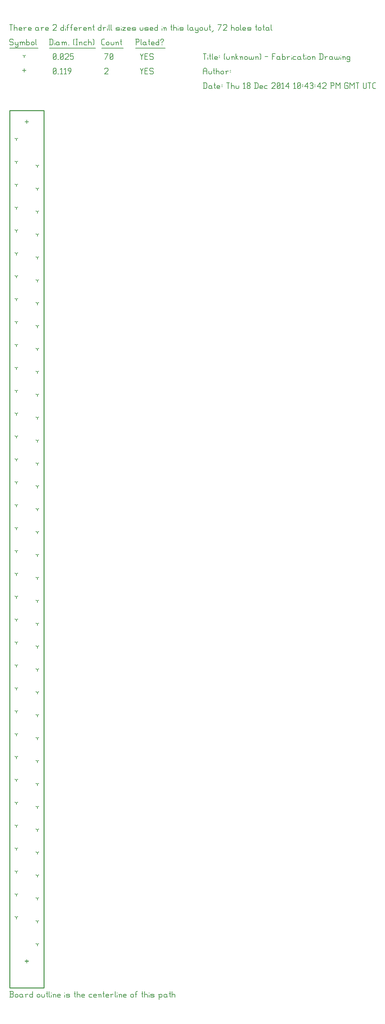
<source format=gbr>
G04 start of page 12 for group -3984 idx -3984 *
G04 Title: (unknown), fab *
G04 Creator: pcb 1.99z *
G04 CreationDate: Thu 18 Dec 2014 10:43:42 PM GMT UTC *
G04 For: commonadmin *
G04 Format: Gerber/RS-274X *
G04 PCB-Dimensions (mil): 354.33 9055.12 *
G04 PCB-Coordinate-Origin: lower left *
%MOIN*%
%FSLAX25Y25*%
%LNFAB*%
%ADD35C,0.0100*%
%ADD34C,0.0075*%
%ADD33C,0.0060*%
%ADD32R,0.0080X0.0080*%
G54D32*X17717Y895301D02*Y892101D01*
X16117Y893701D02*X19317D01*
X17717Y29159D02*Y25959D01*
X16117Y27559D02*X19317D01*
X15000Y948362D02*Y945162D01*
X13400Y946762D02*X16600D01*
G54D33*X135000Y949012D02*X136500Y946012D01*
X138000Y949012D01*
X136500Y946012D02*Y943012D01*
X139800Y946312D02*X142050D01*
X139800Y943012D02*X142800D01*
X139800Y949012D02*Y943012D01*
Y949012D02*X142800D01*
X147600D02*X148350Y948262D01*
X145350Y949012D02*X147600D01*
X144600Y948262D02*X145350Y949012D01*
X144600Y948262D02*Y946762D01*
X145350Y946012D01*
X147600D01*
X148350Y945262D01*
Y943762D01*
X147600Y943012D02*X148350Y943762D01*
X145350Y943012D02*X147600D01*
X144600Y943762D02*X145350Y943012D01*
X98000Y948262D02*X98750Y949012D01*
X101000D01*
X101750Y948262D01*
Y946762D01*
X98000Y943012D02*X101750Y946762D01*
X98000Y943012D02*X101750D01*
X45000Y943762D02*X45750Y943012D01*
X45000Y948262D02*Y943762D01*
Y948262D02*X45750Y949012D01*
X47250D01*
X48000Y948262D01*
Y943762D01*
X47250Y943012D02*X48000Y943762D01*
X45750Y943012D02*X47250D01*
X45000Y944512D02*X48000Y947512D01*
X49800Y943012D02*X50550D01*
X52350Y947812D02*X53550Y949012D01*
Y943012D01*
X52350D02*X54600D01*
X56400Y947812D02*X57600Y949012D01*
Y943012D01*
X56400D02*X58650D01*
X61200D02*X63450Y946012D01*
Y948262D02*Y946012D01*
X62700Y949012D02*X63450Y948262D01*
X61200Y949012D02*X62700D01*
X60450Y948262D02*X61200Y949012D01*
X60450Y948262D02*Y946762D01*
X61200Y946012D01*
X63450D01*
X6890Y875984D02*Y874384D01*
Y875984D02*X8276Y876784D01*
X6890Y875984D02*X5503Y876784D01*
X6890Y852362D02*Y850762D01*
Y852362D02*X8276Y853162D01*
X6890Y852362D02*X5503Y853162D01*
X6890Y828740D02*Y827140D01*
Y828740D02*X8276Y829540D01*
X6890Y828740D02*X5503Y829540D01*
X6890Y805118D02*Y803518D01*
Y805118D02*X8276Y805918D01*
X6890Y805118D02*X5503Y805918D01*
X6890Y781496D02*Y779896D01*
Y781496D02*X8276Y782296D01*
X6890Y781496D02*X5503Y782296D01*
X6890Y757874D02*Y756274D01*
Y757874D02*X8276Y758674D01*
X6890Y757874D02*X5503Y758674D01*
X6890Y734252D02*Y732652D01*
Y734252D02*X8276Y735052D01*
X6890Y734252D02*X5503Y735052D01*
X6890Y710630D02*Y709030D01*
Y710630D02*X8276Y711430D01*
X6890Y710630D02*X5503Y711430D01*
X6890Y687008D02*Y685408D01*
Y687008D02*X8276Y687808D01*
X6890Y687008D02*X5503Y687808D01*
X6890Y663386D02*Y661786D01*
Y663386D02*X8276Y664186D01*
X6890Y663386D02*X5503Y664186D01*
X6890Y639764D02*Y638164D01*
Y639764D02*X8276Y640564D01*
X6890Y639764D02*X5503Y640564D01*
X6890Y616142D02*Y614542D01*
Y616142D02*X8276Y616942D01*
X6890Y616142D02*X5503Y616942D01*
X6890Y592520D02*Y590920D01*
Y592520D02*X8276Y593320D01*
X6890Y592520D02*X5503Y593320D01*
X6890Y568898D02*Y567298D01*
Y568898D02*X8276Y569698D01*
X6890Y568898D02*X5503Y569698D01*
X6890Y545276D02*Y543676D01*
Y545276D02*X8276Y546076D01*
X6890Y545276D02*X5503Y546076D01*
X6890Y521654D02*Y520054D01*
Y521654D02*X8276Y522454D01*
X6890Y521654D02*X5503Y522454D01*
X6890Y498031D02*Y496431D01*
Y498031D02*X8276Y498831D01*
X6890Y498031D02*X5503Y498831D01*
X6890Y474409D02*Y472809D01*
Y474409D02*X8276Y475209D01*
X6890Y474409D02*X5503Y475209D01*
X6890Y450787D02*Y449187D01*
Y450787D02*X8276Y451587D01*
X6890Y450787D02*X5503Y451587D01*
X6890Y427165D02*Y425565D01*
Y427165D02*X8276Y427965D01*
X6890Y427165D02*X5503Y427965D01*
X6890Y403543D02*Y401943D01*
Y403543D02*X8276Y404343D01*
X6890Y403543D02*X5503Y404343D01*
X6890Y379921D02*Y378321D01*
Y379921D02*X8276Y380721D01*
X6890Y379921D02*X5503Y380721D01*
X6890Y356299D02*Y354699D01*
Y356299D02*X8276Y357099D01*
X6890Y356299D02*X5503Y357099D01*
X6890Y332677D02*Y331077D01*
Y332677D02*X8276Y333477D01*
X6890Y332677D02*X5503Y333477D01*
X6890Y309055D02*Y307455D01*
Y309055D02*X8276Y309855D01*
X6890Y309055D02*X5503Y309855D01*
X6890Y285433D02*Y283833D01*
Y285433D02*X8276Y286233D01*
X6890Y285433D02*X5503Y286233D01*
X6890Y261811D02*Y260211D01*
Y261811D02*X8276Y262611D01*
X6890Y261811D02*X5503Y262611D01*
X6890Y238189D02*Y236589D01*
Y238189D02*X8276Y238989D01*
X6890Y238189D02*X5503Y238989D01*
X6890Y214567D02*Y212967D01*
Y214567D02*X8276Y215367D01*
X6890Y214567D02*X5503Y215367D01*
X6890Y190945D02*Y189345D01*
Y190945D02*X8276Y191745D01*
X6890Y190945D02*X5503Y191745D01*
X6890Y167323D02*Y165723D01*
Y167323D02*X8276Y168123D01*
X6890Y167323D02*X5503Y168123D01*
X6890Y143701D02*Y142101D01*
Y143701D02*X8276Y144501D01*
X6890Y143701D02*X5503Y144501D01*
X6890Y120079D02*Y118479D01*
Y120079D02*X8276Y120879D01*
X6890Y120079D02*X5503Y120879D01*
X6890Y96457D02*Y94857D01*
Y96457D02*X8276Y97257D01*
X6890Y96457D02*X5503Y97257D01*
X6890Y72835D02*Y71235D01*
Y72835D02*X8276Y73635D01*
X6890Y72835D02*X5503Y73635D01*
X28543Y848236D02*Y846636D01*
Y848236D02*X29930Y849036D01*
X28543Y848236D02*X27157Y849036D01*
X28543Y824614D02*Y823014D01*
Y824614D02*X29930Y825414D01*
X28543Y824614D02*X27157Y825414D01*
X28543Y800992D02*Y799392D01*
Y800992D02*X29930Y801792D01*
X28543Y800992D02*X27157Y801792D01*
X28543Y777370D02*Y775770D01*
Y777370D02*X29930Y778170D01*
X28543Y777370D02*X27157Y778170D01*
X28543Y753748D02*Y752148D01*
Y753748D02*X29930Y754548D01*
X28543Y753748D02*X27157Y754548D01*
X28543Y730126D02*Y728526D01*
Y730126D02*X29930Y730926D01*
X28543Y730126D02*X27157Y730926D01*
X28543Y706504D02*Y704904D01*
Y706504D02*X29930Y707304D01*
X28543Y706504D02*X27157Y707304D01*
X28543Y682882D02*Y681282D01*
Y682882D02*X29930Y683682D01*
X28543Y682882D02*X27157Y683682D01*
X28543Y659260D02*Y657660D01*
Y659260D02*X29930Y660060D01*
X28543Y659260D02*X27157Y660060D01*
X28543Y635638D02*Y634038D01*
Y635638D02*X29930Y636438D01*
X28543Y635638D02*X27157Y636438D01*
X28543Y612016D02*Y610416D01*
Y612016D02*X29930Y612816D01*
X28543Y612016D02*X27157Y612816D01*
X28543Y588394D02*Y586794D01*
Y588394D02*X29930Y589194D01*
X28543Y588394D02*X27157Y589194D01*
X28543Y564772D02*Y563172D01*
Y564772D02*X29930Y565572D01*
X28543Y564772D02*X27157Y565572D01*
X28543Y541150D02*Y539550D01*
Y541150D02*X29930Y541950D01*
X28543Y541150D02*X27157Y541950D01*
X28543Y517528D02*Y515928D01*
Y517528D02*X29930Y518328D01*
X28543Y517528D02*X27157Y518328D01*
X28543Y493906D02*Y492306D01*
Y493906D02*X29930Y494706D01*
X28543Y493906D02*X27157Y494706D01*
X28543Y470283D02*Y468683D01*
Y470283D02*X29930Y471083D01*
X28543Y470283D02*X27157Y471083D01*
X28543Y446662D02*Y445062D01*
Y446662D02*X29930Y447462D01*
X28543Y446662D02*X27157Y447462D01*
X28543Y423039D02*Y421439D01*
Y423039D02*X29930Y423839D01*
X28543Y423039D02*X27157Y423839D01*
X28543Y399417D02*Y397817D01*
Y399417D02*X29930Y400217D01*
X28543Y399417D02*X27157Y400217D01*
X28543Y375795D02*Y374195D01*
Y375795D02*X29930Y376595D01*
X28543Y375795D02*X27157Y376595D01*
X28543Y352173D02*Y350573D01*
Y352173D02*X29930Y352973D01*
X28543Y352173D02*X27157Y352973D01*
X28543Y328551D02*Y326951D01*
Y328551D02*X29930Y329351D01*
X28543Y328551D02*X27157Y329351D01*
X28543Y304929D02*Y303329D01*
Y304929D02*X29930Y305729D01*
X28543Y304929D02*X27157Y305729D01*
X28543Y281307D02*Y279707D01*
Y281307D02*X29930Y282107D01*
X28543Y281307D02*X27157Y282107D01*
X28543Y257685D02*Y256085D01*
Y257685D02*X29930Y258485D01*
X28543Y257685D02*X27157Y258485D01*
X28543Y234063D02*Y232463D01*
Y234063D02*X29930Y234863D01*
X28543Y234063D02*X27157Y234863D01*
X28543Y210441D02*Y208841D01*
Y210441D02*X29930Y211241D01*
X28543Y210441D02*X27157Y211241D01*
X28543Y186819D02*Y185219D01*
Y186819D02*X29930Y187619D01*
X28543Y186819D02*X27157Y187619D01*
X28543Y163197D02*Y161597D01*
Y163197D02*X29930Y163997D01*
X28543Y163197D02*X27157Y163997D01*
X28543Y139575D02*Y137975D01*
Y139575D02*X29930Y140375D01*
X28543Y139575D02*X27157Y140375D01*
X28543Y115953D02*Y114353D01*
Y115953D02*X29930Y116753D01*
X28543Y115953D02*X27157Y116753D01*
X28543Y92331D02*Y90731D01*
Y92331D02*X29930Y93131D01*
X28543Y92331D02*X27157Y93131D01*
X28543Y68709D02*Y67109D01*
Y68709D02*X29930Y69509D01*
X28543Y68709D02*X27157Y69509D01*
X28543Y45087D02*Y43487D01*
Y45087D02*X29930Y45887D01*
X28543Y45087D02*X27157Y45887D01*
X15000Y961762D02*Y960162D01*
Y961762D02*X16387Y962562D01*
X15000Y961762D02*X13613Y962562D01*
X135000Y964012D02*X136500Y961012D01*
X138000Y964012D01*
X136500Y961012D02*Y958012D01*
X139800Y961312D02*X142050D01*
X139800Y958012D02*X142800D01*
X139800Y964012D02*Y958012D01*
Y964012D02*X142800D01*
X147600D02*X148350Y963262D01*
X145350Y964012D02*X147600D01*
X144600Y963262D02*X145350Y964012D01*
X144600Y963262D02*Y961762D01*
X145350Y961012D01*
X147600D01*
X148350Y960262D01*
Y958762D01*
X147600Y958012D02*X148350Y958762D01*
X145350Y958012D02*X147600D01*
X144600Y958762D02*X145350Y958012D01*
X98750D02*X101750Y964012D01*
X98000D02*X101750D01*
X103550Y958762D02*X104300Y958012D01*
X103550Y963262D02*Y958762D01*
Y963262D02*X104300Y964012D01*
X105800D01*
X106550Y963262D01*
Y958762D01*
X105800Y958012D02*X106550Y958762D01*
X104300Y958012D02*X105800D01*
X103550Y959512D02*X106550Y962512D01*
X45000Y958762D02*X45750Y958012D01*
X45000Y963262D02*Y958762D01*
Y963262D02*X45750Y964012D01*
X47250D01*
X48000Y963262D01*
Y958762D01*
X47250Y958012D02*X48000Y958762D01*
X45750Y958012D02*X47250D01*
X45000Y959512D02*X48000Y962512D01*
X49800Y958012D02*X50550D01*
X52350Y958762D02*X53100Y958012D01*
X52350Y963262D02*Y958762D01*
Y963262D02*X53100Y964012D01*
X54600D01*
X55350Y963262D01*
Y958762D01*
X54600Y958012D02*X55350Y958762D01*
X53100Y958012D02*X54600D01*
X52350Y959512D02*X55350Y962512D01*
X57150Y963262D02*X57900Y964012D01*
X60150D01*
X60900Y963262D01*
Y961762D01*
X57150Y958012D02*X60900Y961762D01*
X57150Y958012D02*X60900D01*
X62700Y964012D02*X65700D01*
X62700D02*Y961012D01*
X63450Y961762D01*
X64950D01*
X65700Y961012D01*
Y958762D01*
X64950Y958012D02*X65700Y958762D01*
X63450Y958012D02*X64950D01*
X62700Y958762D02*X63450Y958012D01*
X3000Y979012D02*X3750Y978262D01*
X750Y979012D02*X3000D01*
X0Y978262D02*X750Y979012D01*
X0Y978262D02*Y976762D01*
X750Y976012D01*
X3000D01*
X3750Y975262D01*
Y973762D01*
X3000Y973012D02*X3750Y973762D01*
X750Y973012D02*X3000D01*
X0Y973762D02*X750Y973012D01*
X5550Y976012D02*Y973762D01*
X6300Y973012D01*
X8550Y976012D02*Y971512D01*
X7800Y970762D02*X8550Y971512D01*
X6300Y970762D02*X7800D01*
X5550Y971512D02*X6300Y970762D01*
Y973012D02*X7800D01*
X8550Y973762D01*
X11100Y975262D02*Y973012D01*
Y975262D02*X11850Y976012D01*
X12600D01*
X13350Y975262D01*
Y973012D01*
Y975262D02*X14100Y976012D01*
X14850D01*
X15600Y975262D01*
Y973012D01*
X10350Y976012D02*X11100Y975262D01*
X17400Y979012D02*Y973012D01*
Y973762D02*X18150Y973012D01*
X19650D01*
X20400Y973762D01*
Y975262D02*Y973762D01*
X19650Y976012D02*X20400Y975262D01*
X18150Y976012D02*X19650D01*
X17400Y975262D02*X18150Y976012D01*
X22200Y975262D02*Y973762D01*
Y975262D02*X22950Y976012D01*
X24450D01*
X25200Y975262D01*
Y973762D01*
X24450Y973012D02*X25200Y973762D01*
X22950Y973012D02*X24450D01*
X22200Y973762D02*X22950Y973012D01*
X27000Y979012D02*Y973762D01*
X27750Y973012D01*
X0Y969762D02*X29250D01*
X41750Y979012D02*Y973012D01*
X43700Y979012D02*X44750Y977962D01*
Y974062D01*
X43700Y973012D02*X44750Y974062D01*
X41000Y973012D02*X43700D01*
X41000Y979012D02*X43700D01*
G54D34*X46550Y977512D02*Y977362D01*
G54D33*Y975262D02*Y973012D01*
X50300Y976012D02*X51050Y975262D01*
X48800Y976012D02*X50300D01*
X48050Y975262D02*X48800Y976012D01*
X48050Y975262D02*Y973762D01*
X48800Y973012D01*
X51050Y976012D02*Y973762D01*
X51800Y973012D01*
X48800D02*X50300D01*
X51050Y973762D01*
X54350Y975262D02*Y973012D01*
Y975262D02*X55100Y976012D01*
X55850D01*
X56600Y975262D01*
Y973012D01*
Y975262D02*X57350Y976012D01*
X58100D01*
X58850Y975262D01*
Y973012D01*
X53600Y976012D02*X54350Y975262D01*
X60650Y973012D02*X61400D01*
X65900Y973762D02*X66650Y973012D01*
X65900Y978262D02*X66650Y979012D01*
X65900Y978262D02*Y973762D01*
X68450Y979012D02*X69950D01*
X69200D02*Y973012D01*
X68450D02*X69950D01*
X72500Y975262D02*Y973012D01*
Y975262D02*X73250Y976012D01*
X74000D01*
X74750Y975262D01*
Y973012D01*
X71750Y976012D02*X72500Y975262D01*
X77300Y976012D02*X79550D01*
X76550Y975262D02*X77300Y976012D01*
X76550Y975262D02*Y973762D01*
X77300Y973012D01*
X79550D01*
X81350Y979012D02*Y973012D01*
Y975262D02*X82100Y976012D01*
X83600D01*
X84350Y975262D01*
Y973012D01*
X86150Y979012D02*X86900Y978262D01*
Y973762D01*
X86150Y973012D02*X86900Y973762D01*
X41000Y969762D02*X88700D01*
X96050Y973012D02*X98000D01*
X95000Y974062D02*X96050Y973012D01*
X95000Y977962D02*Y974062D01*
Y977962D02*X96050Y979012D01*
X98000D01*
X99800Y975262D02*Y973762D01*
Y975262D02*X100550Y976012D01*
X102050D01*
X102800Y975262D01*
Y973762D01*
X102050Y973012D02*X102800Y973762D01*
X100550Y973012D02*X102050D01*
X99800Y973762D02*X100550Y973012D01*
X104600Y976012D02*Y973762D01*
X105350Y973012D01*
X106850D01*
X107600Y973762D01*
Y976012D02*Y973762D01*
X110150Y975262D02*Y973012D01*
Y975262D02*X110900Y976012D01*
X111650D01*
X112400Y975262D01*
Y973012D01*
X109400Y976012D02*X110150Y975262D01*
X114950Y979012D02*Y973762D01*
X115700Y973012D01*
X114200Y976762D02*X115700D01*
X95000Y969762D02*X117200D01*
X130750Y979012D02*Y973012D01*
X130000Y979012D02*X133000D01*
X133750Y978262D01*
Y976762D01*
X133000Y976012D02*X133750Y976762D01*
X130750Y976012D02*X133000D01*
X135550Y979012D02*Y973762D01*
X136300Y973012D01*
X140050Y976012D02*X140800Y975262D01*
X138550Y976012D02*X140050D01*
X137800Y975262D02*X138550Y976012D01*
X137800Y975262D02*Y973762D01*
X138550Y973012D01*
X140800Y976012D02*Y973762D01*
X141550Y973012D01*
X138550D02*X140050D01*
X140800Y973762D01*
X144100Y979012D02*Y973762D01*
X144850Y973012D01*
X143350Y976762D02*X144850D01*
X147100Y973012D02*X149350D01*
X146350Y973762D02*X147100Y973012D01*
X146350Y975262D02*Y973762D01*
Y975262D02*X147100Y976012D01*
X148600D01*
X149350Y975262D01*
X146350Y974512D02*X149350D01*
Y975262D02*Y974512D01*
X154150Y979012D02*Y973012D01*
X153400D02*X154150Y973762D01*
X151900Y973012D02*X153400D01*
X151150Y973762D02*X151900Y973012D01*
X151150Y975262D02*Y973762D01*
Y975262D02*X151900Y976012D01*
X153400D01*
X154150Y975262D01*
X157450Y976012D02*Y975262D01*
Y973762D02*Y973012D01*
X155950Y978262D02*Y977512D01*
Y978262D02*X156700Y979012D01*
X158200D01*
X158950Y978262D01*
Y977512D01*
X157450Y976012D02*X158950Y977512D01*
X130000Y969762D02*X160750D01*
X0Y994012D02*X3000D01*
X1500D02*Y988012D01*
X4800Y994012D02*Y988012D01*
Y990262D02*X5550Y991012D01*
X7050D01*
X7800Y990262D01*
Y988012D01*
X10350D02*X12600D01*
X9600Y988762D02*X10350Y988012D01*
X9600Y990262D02*Y988762D01*
Y990262D02*X10350Y991012D01*
X11850D01*
X12600Y990262D01*
X9600Y989512D02*X12600D01*
Y990262D02*Y989512D01*
X15150Y990262D02*Y988012D01*
Y990262D02*X15900Y991012D01*
X17400D01*
X14400D02*X15150Y990262D01*
X19950Y988012D02*X22200D01*
X19200Y988762D02*X19950Y988012D01*
X19200Y990262D02*Y988762D01*
Y990262D02*X19950Y991012D01*
X21450D01*
X22200Y990262D01*
X19200Y989512D02*X22200D01*
Y990262D02*Y989512D01*
X28950Y991012D02*X29700Y990262D01*
X27450Y991012D02*X28950D01*
X26700Y990262D02*X27450Y991012D01*
X26700Y990262D02*Y988762D01*
X27450Y988012D01*
X29700Y991012D02*Y988762D01*
X30450Y988012D01*
X27450D02*X28950D01*
X29700Y988762D01*
X33000Y990262D02*Y988012D01*
Y990262D02*X33750Y991012D01*
X35250D01*
X32250D02*X33000Y990262D01*
X37800Y988012D02*X40050D01*
X37050Y988762D02*X37800Y988012D01*
X37050Y990262D02*Y988762D01*
Y990262D02*X37800Y991012D01*
X39300D01*
X40050Y990262D01*
X37050Y989512D02*X40050D01*
Y990262D02*Y989512D01*
X44550Y993262D02*X45300Y994012D01*
X47550D01*
X48300Y993262D01*
Y991762D01*
X44550Y988012D02*X48300Y991762D01*
X44550Y988012D02*X48300D01*
X55800Y994012D02*Y988012D01*
X55050D02*X55800Y988762D01*
X53550Y988012D02*X55050D01*
X52800Y988762D02*X53550Y988012D01*
X52800Y990262D02*Y988762D01*
Y990262D02*X53550Y991012D01*
X55050D01*
X55800Y990262D01*
G54D34*X57600Y992512D02*Y992362D01*
G54D33*Y990262D02*Y988012D01*
X59850Y993262D02*Y988012D01*
Y993262D02*X60600Y994012D01*
X61350D01*
X59100Y991012D02*X60600D01*
X63600Y993262D02*Y988012D01*
Y993262D02*X64350Y994012D01*
X65100D01*
X62850Y991012D02*X64350D01*
X67350Y988012D02*X69600D01*
X66600Y988762D02*X67350Y988012D01*
X66600Y990262D02*Y988762D01*
Y990262D02*X67350Y991012D01*
X68850D01*
X69600Y990262D01*
X66600Y989512D02*X69600D01*
Y990262D02*Y989512D01*
X72150Y990262D02*Y988012D01*
Y990262D02*X72900Y991012D01*
X74400D01*
X71400D02*X72150Y990262D01*
X76950Y988012D02*X79200D01*
X76200Y988762D02*X76950Y988012D01*
X76200Y990262D02*Y988762D01*
Y990262D02*X76950Y991012D01*
X78450D01*
X79200Y990262D01*
X76200Y989512D02*X79200D01*
Y990262D02*Y989512D01*
X81750Y990262D02*Y988012D01*
Y990262D02*X82500Y991012D01*
X83250D01*
X84000Y990262D01*
Y988012D01*
X81000Y991012D02*X81750Y990262D01*
X86550Y994012D02*Y988762D01*
X87300Y988012D01*
X85800Y991762D02*X87300D01*
X94500Y994012D02*Y988012D01*
X93750D02*X94500Y988762D01*
X92250Y988012D02*X93750D01*
X91500Y988762D02*X92250Y988012D01*
X91500Y990262D02*Y988762D01*
Y990262D02*X92250Y991012D01*
X93750D01*
X94500Y990262D01*
X97050D02*Y988012D01*
Y990262D02*X97800Y991012D01*
X99300D01*
X96300D02*X97050Y990262D01*
G54D34*X101100Y992512D02*Y992362D01*
G54D33*Y990262D02*Y988012D01*
X102600Y994012D02*Y988762D01*
X103350Y988012D01*
X104850Y994012D02*Y988762D01*
X105600Y988012D01*
X110550D02*X112800D01*
X113550Y988762D01*
X112800Y989512D02*X113550Y988762D01*
X110550Y989512D02*X112800D01*
X109800Y990262D02*X110550Y989512D01*
X109800Y990262D02*X110550Y991012D01*
X112800D01*
X113550Y990262D01*
X109800Y988762D02*X110550Y988012D01*
G54D34*X115350Y992512D02*Y992362D01*
G54D33*Y990262D02*Y988012D01*
X116850Y991012D02*X119850D01*
X116850Y988012D02*X119850Y991012D01*
X116850Y988012D02*X119850D01*
X122400D02*X124650D01*
X121650Y988762D02*X122400Y988012D01*
X121650Y990262D02*Y988762D01*
Y990262D02*X122400Y991012D01*
X123900D01*
X124650Y990262D01*
X121650Y989512D02*X124650D01*
Y990262D02*Y989512D01*
X127200Y988012D02*X129450D01*
X130200Y988762D01*
X129450Y989512D02*X130200Y988762D01*
X127200Y989512D02*X129450D01*
X126450Y990262D02*X127200Y989512D01*
X126450Y990262D02*X127200Y991012D01*
X129450D01*
X130200Y990262D01*
X126450Y988762D02*X127200Y988012D01*
X134700Y991012D02*Y988762D01*
X135450Y988012D01*
X136950D01*
X137700Y988762D01*
Y991012D02*Y988762D01*
X140250Y988012D02*X142500D01*
X143250Y988762D01*
X142500Y989512D02*X143250Y988762D01*
X140250Y989512D02*X142500D01*
X139500Y990262D02*X140250Y989512D01*
X139500Y990262D02*X140250Y991012D01*
X142500D01*
X143250Y990262D01*
X139500Y988762D02*X140250Y988012D01*
X145800D02*X148050D01*
X145050Y988762D02*X145800Y988012D01*
X145050Y990262D02*Y988762D01*
Y990262D02*X145800Y991012D01*
X147300D01*
X148050Y990262D01*
X145050Y989512D02*X148050D01*
Y990262D02*Y989512D01*
X152850Y994012D02*Y988012D01*
X152100D02*X152850Y988762D01*
X150600Y988012D02*X152100D01*
X149850Y988762D02*X150600Y988012D01*
X149850Y990262D02*Y988762D01*
Y990262D02*X150600Y991012D01*
X152100D01*
X152850Y990262D01*
G54D34*X157350Y992512D02*Y992362D01*
G54D33*Y990262D02*Y988012D01*
X159600Y990262D02*Y988012D01*
Y990262D02*X160350Y991012D01*
X161100D01*
X161850Y990262D01*
Y988012D01*
X158850Y991012D02*X159600Y990262D01*
X167100Y994012D02*Y988762D01*
X167850Y988012D01*
X166350Y991762D02*X167850D01*
X169350Y994012D02*Y988012D01*
Y990262D02*X170100Y991012D01*
X171600D01*
X172350Y990262D01*
Y988012D01*
G54D34*X174150Y992512D02*Y992362D01*
G54D33*Y990262D02*Y988012D01*
X176400D02*X178650D01*
X179400Y988762D01*
X178650Y989512D02*X179400Y988762D01*
X176400Y989512D02*X178650D01*
X175650Y990262D02*X176400Y989512D01*
X175650Y990262D02*X176400Y991012D01*
X178650D01*
X179400Y990262D01*
X175650Y988762D02*X176400Y988012D01*
X183900Y994012D02*Y988762D01*
X184650Y988012D01*
X188400Y991012D02*X189150Y990262D01*
X186900Y991012D02*X188400D01*
X186150Y990262D02*X186900Y991012D01*
X186150Y990262D02*Y988762D01*
X186900Y988012D01*
X189150Y991012D02*Y988762D01*
X189900Y988012D01*
X186900D02*X188400D01*
X189150Y988762D01*
X191700Y991012D02*Y988762D01*
X192450Y988012D01*
X194700Y991012D02*Y986512D01*
X193950Y985762D02*X194700Y986512D01*
X192450Y985762D02*X193950D01*
X191700Y986512D02*X192450Y985762D01*
Y988012D02*X193950D01*
X194700Y988762D01*
X196500Y990262D02*Y988762D01*
Y990262D02*X197250Y991012D01*
X198750D01*
X199500Y990262D01*
Y988762D01*
X198750Y988012D02*X199500Y988762D01*
X197250Y988012D02*X198750D01*
X196500Y988762D02*X197250Y988012D01*
X201300Y991012D02*Y988762D01*
X202050Y988012D01*
X203550D01*
X204300Y988762D01*
Y991012D02*Y988762D01*
X206850Y994012D02*Y988762D01*
X207600Y988012D01*
X206100Y991762D02*X207600D01*
X209100Y986512D02*X210600Y988012D01*
X215850D02*X218850Y994012D01*
X215100D02*X218850D01*
X220650Y993262D02*X221400Y994012D01*
X223650D01*
X224400Y993262D01*
Y991762D01*
X220650Y988012D02*X224400Y991762D01*
X220650Y988012D02*X224400D01*
X228900Y994012D02*Y988012D01*
Y990262D02*X229650Y991012D01*
X231150D01*
X231900Y990262D01*
Y988012D01*
X233700Y990262D02*Y988762D01*
Y990262D02*X234450Y991012D01*
X235950D01*
X236700Y990262D01*
Y988762D01*
X235950Y988012D02*X236700Y988762D01*
X234450Y988012D02*X235950D01*
X233700Y988762D02*X234450Y988012D01*
X238500Y994012D02*Y988762D01*
X239250Y988012D01*
X241500D02*X243750D01*
X240750Y988762D02*X241500Y988012D01*
X240750Y990262D02*Y988762D01*
Y990262D02*X241500Y991012D01*
X243000D01*
X243750Y990262D01*
X240750Y989512D02*X243750D01*
Y990262D02*Y989512D01*
X246300Y988012D02*X248550D01*
X249300Y988762D01*
X248550Y989512D02*X249300Y988762D01*
X246300Y989512D02*X248550D01*
X245550Y990262D02*X246300Y989512D01*
X245550Y990262D02*X246300Y991012D01*
X248550D01*
X249300Y990262D01*
X245550Y988762D02*X246300Y988012D01*
X254550Y994012D02*Y988762D01*
X255300Y988012D01*
X253800Y991762D02*X255300D01*
X256800Y990262D02*Y988762D01*
Y990262D02*X257550Y991012D01*
X259050D01*
X259800Y990262D01*
Y988762D01*
X259050Y988012D02*X259800Y988762D01*
X257550Y988012D02*X259050D01*
X256800Y988762D02*X257550Y988012D01*
X262350Y994012D02*Y988762D01*
X263100Y988012D01*
X261600Y991762D02*X263100D01*
X266850Y991012D02*X267600Y990262D01*
X265350Y991012D02*X266850D01*
X264600Y990262D02*X265350Y991012D01*
X264600Y990262D02*Y988762D01*
X265350Y988012D01*
X267600Y991012D02*Y988762D01*
X268350Y988012D01*
X265350D02*X266850D01*
X267600Y988762D01*
X270150Y994012D02*Y988762D01*
X270900Y988012D01*
G54D35*X0Y905512D02*Y0D01*
X35433D01*
Y905512D01*
X0D01*
G54D33*Y-9500D02*X3000D01*
X3750Y-8750D01*
Y-6950D02*Y-8750D01*
X3000Y-6200D02*X3750Y-6950D01*
X750Y-6200D02*X3000D01*
X750Y-3500D02*Y-9500D01*
X0Y-3500D02*X3000D01*
X3750Y-4250D01*
Y-5450D01*
X3000Y-6200D02*X3750Y-5450D01*
X5550Y-7250D02*Y-8750D01*
Y-7250D02*X6300Y-6500D01*
X7800D01*
X8550Y-7250D01*
Y-8750D01*
X7800Y-9500D02*X8550Y-8750D01*
X6300Y-9500D02*X7800D01*
X5550Y-8750D02*X6300Y-9500D01*
X12600Y-6500D02*X13350Y-7250D01*
X11100Y-6500D02*X12600D01*
X10350Y-7250D02*X11100Y-6500D01*
X10350Y-7250D02*Y-8750D01*
X11100Y-9500D01*
X13350Y-6500D02*Y-8750D01*
X14100Y-9500D01*
X11100D02*X12600D01*
X13350Y-8750D01*
X16650Y-7250D02*Y-9500D01*
Y-7250D02*X17400Y-6500D01*
X18900D01*
X15900D02*X16650Y-7250D01*
X23700Y-3500D02*Y-9500D01*
X22950D02*X23700Y-8750D01*
X21450Y-9500D02*X22950D01*
X20700Y-8750D02*X21450Y-9500D01*
X20700Y-7250D02*Y-8750D01*
Y-7250D02*X21450Y-6500D01*
X22950D01*
X23700Y-7250D01*
X28200D02*Y-8750D01*
Y-7250D02*X28950Y-6500D01*
X30450D01*
X31200Y-7250D01*
Y-8750D01*
X30450Y-9500D02*X31200Y-8750D01*
X28950Y-9500D02*X30450D01*
X28200Y-8750D02*X28950Y-9500D01*
X33000Y-6500D02*Y-8750D01*
X33750Y-9500D01*
X35250D01*
X36000Y-8750D01*
Y-6500D02*Y-8750D01*
X38550Y-3500D02*Y-8750D01*
X39300Y-9500D01*
X37800Y-5750D02*X39300D01*
X40800Y-3500D02*Y-8750D01*
X41550Y-9500D01*
G54D34*X43050Y-5000D02*Y-5150D01*
G54D33*Y-7250D02*Y-9500D01*
X45300Y-7250D02*Y-9500D01*
Y-7250D02*X46050Y-6500D01*
X46800D01*
X47550Y-7250D01*
Y-9500D01*
X44550Y-6500D02*X45300Y-7250D01*
X50100Y-9500D02*X52350D01*
X49350Y-8750D02*X50100Y-9500D01*
X49350Y-7250D02*Y-8750D01*
Y-7250D02*X50100Y-6500D01*
X51600D01*
X52350Y-7250D01*
X49350Y-8000D02*X52350D01*
Y-7250D02*Y-8000D01*
G54D34*X56850Y-5000D02*Y-5150D01*
G54D33*Y-7250D02*Y-9500D01*
X59100D02*X61350D01*
X62100Y-8750D01*
X61350Y-8000D02*X62100Y-8750D01*
X59100Y-8000D02*X61350D01*
X58350Y-7250D02*X59100Y-8000D01*
X58350Y-7250D02*X59100Y-6500D01*
X61350D01*
X62100Y-7250D01*
X58350Y-8750D02*X59100Y-9500D01*
X67350Y-3500D02*Y-8750D01*
X68100Y-9500D01*
X66600Y-5750D02*X68100D01*
X69600Y-3500D02*Y-9500D01*
Y-7250D02*X70350Y-6500D01*
X71850D01*
X72600Y-7250D01*
Y-9500D01*
X75150D02*X77400D01*
X74400Y-8750D02*X75150Y-9500D01*
X74400Y-7250D02*Y-8750D01*
Y-7250D02*X75150Y-6500D01*
X76650D01*
X77400Y-7250D01*
X74400Y-8000D02*X77400D01*
Y-7250D02*Y-8000D01*
X82650Y-6500D02*X84900D01*
X81900Y-7250D02*X82650Y-6500D01*
X81900Y-7250D02*Y-8750D01*
X82650Y-9500D01*
X84900D01*
X87450D02*X89700D01*
X86700Y-8750D02*X87450Y-9500D01*
X86700Y-7250D02*Y-8750D01*
Y-7250D02*X87450Y-6500D01*
X88950D01*
X89700Y-7250D01*
X86700Y-8000D02*X89700D01*
Y-7250D02*Y-8000D01*
X92250Y-7250D02*Y-9500D01*
Y-7250D02*X93000Y-6500D01*
X93750D01*
X94500Y-7250D01*
Y-9500D01*
X91500Y-6500D02*X92250Y-7250D01*
X97050Y-3500D02*Y-8750D01*
X97800Y-9500D01*
X96300Y-5750D02*X97800D01*
X100050Y-9500D02*X102300D01*
X99300Y-8750D02*X100050Y-9500D01*
X99300Y-7250D02*Y-8750D01*
Y-7250D02*X100050Y-6500D01*
X101550D01*
X102300Y-7250D01*
X99300Y-8000D02*X102300D01*
Y-7250D02*Y-8000D01*
X104850Y-7250D02*Y-9500D01*
Y-7250D02*X105600Y-6500D01*
X107100D01*
X104100D02*X104850Y-7250D01*
X108900Y-3500D02*Y-8750D01*
X109650Y-9500D01*
G54D34*X111150Y-5000D02*Y-5150D01*
G54D33*Y-7250D02*Y-9500D01*
X113400Y-7250D02*Y-9500D01*
Y-7250D02*X114150Y-6500D01*
X114900D01*
X115650Y-7250D01*
Y-9500D01*
X112650Y-6500D02*X113400Y-7250D01*
X118200Y-9500D02*X120450D01*
X117450Y-8750D02*X118200Y-9500D01*
X117450Y-7250D02*Y-8750D01*
Y-7250D02*X118200Y-6500D01*
X119700D01*
X120450Y-7250D01*
X117450Y-8000D02*X120450D01*
Y-7250D02*Y-8000D01*
X124950Y-7250D02*Y-8750D01*
Y-7250D02*X125700Y-6500D01*
X127200D01*
X127950Y-7250D01*
Y-8750D01*
X127200Y-9500D02*X127950Y-8750D01*
X125700Y-9500D02*X127200D01*
X124950Y-8750D02*X125700Y-9500D01*
X130500Y-4250D02*Y-9500D01*
Y-4250D02*X131250Y-3500D01*
X132000D01*
X129750Y-6500D02*X131250D01*
X136950Y-3500D02*Y-8750D01*
X137700Y-9500D01*
X136200Y-5750D02*X137700D01*
X139200Y-3500D02*Y-9500D01*
Y-7250D02*X139950Y-6500D01*
X141450D01*
X142200Y-7250D01*
Y-9500D01*
G54D34*X144000Y-5000D02*Y-5150D01*
G54D33*Y-7250D02*Y-9500D01*
X146250D02*X148500D01*
X149250Y-8750D01*
X148500Y-8000D02*X149250Y-8750D01*
X146250Y-8000D02*X148500D01*
X145500Y-7250D02*X146250Y-8000D01*
X145500Y-7250D02*X146250Y-6500D01*
X148500D01*
X149250Y-7250D01*
X145500Y-8750D02*X146250Y-9500D01*
X154500Y-7250D02*Y-11750D01*
X153750Y-6500D02*X154500Y-7250D01*
X155250Y-6500D01*
X156750D01*
X157500Y-7250D01*
Y-8750D01*
X156750Y-9500D02*X157500Y-8750D01*
X155250Y-9500D02*X156750D01*
X154500Y-8750D02*X155250Y-9500D01*
X161550Y-6500D02*X162300Y-7250D01*
X160050Y-6500D02*X161550D01*
X159300Y-7250D02*X160050Y-6500D01*
X159300Y-7250D02*Y-8750D01*
X160050Y-9500D01*
X162300Y-6500D02*Y-8750D01*
X163050Y-9500D01*
X160050D02*X161550D01*
X162300Y-8750D01*
X165600Y-3500D02*Y-8750D01*
X166350Y-9500D01*
X164850Y-5750D02*X166350D01*
X167850Y-3500D02*Y-9500D01*
Y-7250D02*X168600Y-6500D01*
X170100D01*
X170850Y-7250D01*
Y-9500D01*
X200750Y934012D02*Y928012D01*
X202700Y934012D02*X203750Y932962D01*
Y929062D01*
X202700Y928012D02*X203750Y929062D01*
X200000Y928012D02*X202700D01*
X200000Y934012D02*X202700D01*
X207800Y931012D02*X208550Y930262D01*
X206300Y931012D02*X207800D01*
X205550Y930262D02*X206300Y931012D01*
X205550Y930262D02*Y928762D01*
X206300Y928012D01*
X208550Y931012D02*Y928762D01*
X209300Y928012D01*
X206300D02*X207800D01*
X208550Y928762D01*
X211850Y934012D02*Y928762D01*
X212600Y928012D01*
X211100Y931762D02*X212600D01*
X214850Y928012D02*X217100D01*
X214100Y928762D02*X214850Y928012D01*
X214100Y930262D02*Y928762D01*
Y930262D02*X214850Y931012D01*
X216350D01*
X217100Y930262D01*
X214100Y929512D02*X217100D01*
Y930262D02*Y929512D01*
X218900Y931762D02*X219650D01*
X218900Y930262D02*X219650D01*
X224150Y934012D02*X227150D01*
X225650D02*Y928012D01*
X228950Y934012D02*Y928012D01*
Y930262D02*X229700Y931012D01*
X231200D01*
X231950Y930262D01*
Y928012D01*
X233750Y931012D02*Y928762D01*
X234500Y928012D01*
X236000D01*
X236750Y928762D01*
Y931012D02*Y928762D01*
X241250Y932812D02*X242450Y934012D01*
Y928012D01*
X241250D02*X243500D01*
X245300Y928762D02*X246050Y928012D01*
X245300Y929962D02*Y928762D01*
Y929962D02*X246350Y931012D01*
X247250D01*
X248300Y929962D01*
Y928762D01*
X247550Y928012D02*X248300Y928762D01*
X246050Y928012D02*X247550D01*
X245300Y932062D02*X246350Y931012D01*
X245300Y933262D02*Y932062D01*
Y933262D02*X246050Y934012D01*
X247550D01*
X248300Y933262D01*
Y932062D01*
X247250Y931012D02*X248300Y932062D01*
X253550Y934012D02*Y928012D01*
X255500Y934012D02*X256550Y932962D01*
Y929062D01*
X255500Y928012D02*X256550Y929062D01*
X252800Y928012D02*X255500D01*
X252800Y934012D02*X255500D01*
X259100Y928012D02*X261350D01*
X258350Y928762D02*X259100Y928012D01*
X258350Y930262D02*Y928762D01*
Y930262D02*X259100Y931012D01*
X260600D01*
X261350Y930262D01*
X258350Y929512D02*X261350D01*
Y930262D02*Y929512D01*
X263900Y931012D02*X266150D01*
X263150Y930262D02*X263900Y931012D01*
X263150Y930262D02*Y928762D01*
X263900Y928012D01*
X266150D01*
X270650Y933262D02*X271400Y934012D01*
X273650D01*
X274400Y933262D01*
Y931762D01*
X270650Y928012D02*X274400Y931762D01*
X270650Y928012D02*X274400D01*
X276200Y928762D02*X276950Y928012D01*
X276200Y933262D02*Y928762D01*
Y933262D02*X276950Y934012D01*
X278450D01*
X279200Y933262D01*
Y928762D01*
X278450Y928012D02*X279200Y928762D01*
X276950Y928012D02*X278450D01*
X276200Y929512D02*X279200Y932512D01*
X281000Y932812D02*X282200Y934012D01*
Y928012D01*
X281000D02*X283250D01*
X285050Y930262D02*X288050Y934012D01*
X285050Y930262D02*X288800D01*
X288050Y934012D02*Y928012D01*
X293300Y932812D02*X294500Y934012D01*
Y928012D01*
X293300D02*X295550D01*
X297350Y928762D02*X298100Y928012D01*
X297350Y933262D02*Y928762D01*
Y933262D02*X298100Y934012D01*
X299600D01*
X300350Y933262D01*
Y928762D01*
X299600Y928012D02*X300350Y928762D01*
X298100Y928012D02*X299600D01*
X297350Y929512D02*X300350Y932512D01*
X302150Y931762D02*X302900D01*
X302150Y930262D02*X302900D01*
X304700D02*X307700Y934012D01*
X304700Y930262D02*X308450D01*
X307700Y934012D02*Y928012D01*
X310250Y933262D02*X311000Y934012D01*
X312500D01*
X313250Y933262D01*
X312500Y928012D02*X313250Y928762D01*
X311000Y928012D02*X312500D01*
X310250Y928762D02*X311000Y928012D01*
Y931312D02*X312500D01*
X313250Y933262D02*Y932062D01*
Y930562D02*Y928762D01*
Y930562D02*X312500Y931312D01*
X313250Y932062D02*X312500Y931312D01*
X315050Y931762D02*X315800D01*
X315050Y930262D02*X315800D01*
X317600D02*X320600Y934012D01*
X317600Y930262D02*X321350D01*
X320600Y934012D02*Y928012D01*
X323150Y933262D02*X323900Y934012D01*
X326150D01*
X326900Y933262D01*
Y931762D01*
X323150Y928012D02*X326900Y931762D01*
X323150Y928012D02*X326900D01*
X332150Y934012D02*Y928012D01*
X331400Y934012D02*X334400D01*
X335150Y933262D01*
Y931762D01*
X334400Y931012D02*X335150Y931762D01*
X332150Y931012D02*X334400D01*
X336950Y934012D02*Y928012D01*
Y934012D02*X339200Y931012D01*
X341450Y934012D01*
Y928012D01*
X348950Y934012D02*X349700Y933262D01*
X346700Y934012D02*X348950D01*
X345950Y933262D02*X346700Y934012D01*
X345950Y933262D02*Y928762D01*
X346700Y928012D01*
X348950D01*
X349700Y928762D01*
Y930262D02*Y928762D01*
X348950Y931012D02*X349700Y930262D01*
X347450Y931012D02*X348950D01*
X351500Y934012D02*Y928012D01*
Y934012D02*X353750Y931012D01*
X356000Y934012D01*
Y928012D01*
X357800Y934012D02*X360800D01*
X359300D02*Y928012D01*
X365300Y934012D02*Y928762D01*
X366050Y928012D01*
X367550D01*
X368300Y928762D01*
Y934012D02*Y928762D01*
X370100Y934012D02*X373100D01*
X371600D02*Y928012D01*
X375950D02*X377900D01*
X374900Y929062D02*X375950Y928012D01*
X374900Y932962D02*Y929062D01*
Y932962D02*X375950Y934012D01*
X377900D01*
X200000Y947512D02*Y943012D01*
Y947512D02*X201050Y949012D01*
X202700D01*
X203750Y947512D01*
Y943012D01*
X200000Y946012D02*X203750D01*
X205550D02*Y943762D01*
X206300Y943012D01*
X207800D01*
X208550Y943762D01*
Y946012D02*Y943762D01*
X211100Y949012D02*Y943762D01*
X211850Y943012D01*
X210350Y946762D02*X211850D01*
X213350Y949012D02*Y943012D01*
Y945262D02*X214100Y946012D01*
X215600D01*
X216350Y945262D01*
Y943012D01*
X218150Y945262D02*Y943762D01*
Y945262D02*X218900Y946012D01*
X220400D01*
X221150Y945262D01*
Y943762D01*
X220400Y943012D02*X221150Y943762D01*
X218900Y943012D02*X220400D01*
X218150Y943762D02*X218900Y943012D01*
X223700Y945262D02*Y943012D01*
Y945262D02*X224450Y946012D01*
X225950D01*
X222950D02*X223700Y945262D01*
X227750Y946762D02*X228500D01*
X227750Y945262D02*X228500D01*
X200000Y964012D02*X203000D01*
X201500D02*Y958012D01*
G54D34*X204800Y962512D02*Y962362D01*
G54D33*Y960262D02*Y958012D01*
X207050Y964012D02*Y958762D01*
X207800Y958012D01*
X206300Y961762D02*X207800D01*
X209300Y964012D02*Y958762D01*
X210050Y958012D01*
X212300D02*X214550D01*
X211550Y958762D02*X212300Y958012D01*
X211550Y960262D02*Y958762D01*
Y960262D02*X212300Y961012D01*
X213800D01*
X214550Y960262D01*
X211550Y959512D02*X214550D01*
Y960262D02*Y959512D01*
X216350Y961762D02*X217100D01*
X216350Y960262D02*X217100D01*
X221600Y958762D02*X222350Y958012D01*
X221600Y963262D02*X222350Y964012D01*
X221600Y963262D02*Y958762D01*
X224150Y961012D02*Y958762D01*
X224900Y958012D01*
X226400D01*
X227150Y958762D01*
Y961012D02*Y958762D01*
X229700Y960262D02*Y958012D01*
Y960262D02*X230450Y961012D01*
X231200D01*
X231950Y960262D01*
Y958012D01*
X228950Y961012D02*X229700Y960262D01*
X233750Y964012D02*Y958012D01*
Y960262D02*X236000Y958012D01*
X233750Y960262D02*X235250Y961762D01*
X238550Y960262D02*Y958012D01*
Y960262D02*X239300Y961012D01*
X240050D01*
X240800Y960262D01*
Y958012D01*
X237800Y961012D02*X238550Y960262D01*
X242600D02*Y958762D01*
Y960262D02*X243350Y961012D01*
X244850D01*
X245600Y960262D01*
Y958762D01*
X244850Y958012D02*X245600Y958762D01*
X243350Y958012D02*X244850D01*
X242600Y958762D02*X243350Y958012D01*
X247400Y961012D02*Y958762D01*
X248150Y958012D01*
X248900D01*
X249650Y958762D01*
Y961012D02*Y958762D01*
X250400Y958012D01*
X251150D01*
X251900Y958762D01*
Y961012D02*Y958762D01*
X254450Y960262D02*Y958012D01*
Y960262D02*X255200Y961012D01*
X255950D01*
X256700Y960262D01*
Y958012D01*
X253700Y961012D02*X254450Y960262D01*
X258500Y964012D02*X259250Y963262D01*
Y958762D01*
X258500Y958012D02*X259250Y958762D01*
X263750Y961012D02*X266750D01*
X271250Y964012D02*Y958012D01*
Y964012D02*X274250D01*
X271250Y961312D02*X273500D01*
X278300Y961012D02*X279050Y960262D01*
X276800Y961012D02*X278300D01*
X276050Y960262D02*X276800Y961012D01*
X276050Y960262D02*Y958762D01*
X276800Y958012D01*
X279050Y961012D02*Y958762D01*
X279800Y958012D01*
X276800D02*X278300D01*
X279050Y958762D01*
X281600Y964012D02*Y958012D01*
Y958762D02*X282350Y958012D01*
X283850D01*
X284600Y958762D01*
Y960262D02*Y958762D01*
X283850Y961012D02*X284600Y960262D01*
X282350Y961012D02*X283850D01*
X281600Y960262D02*X282350Y961012D01*
X287150Y960262D02*Y958012D01*
Y960262D02*X287900Y961012D01*
X289400D01*
X286400D02*X287150Y960262D01*
G54D34*X291200Y962512D02*Y962362D01*
G54D33*Y960262D02*Y958012D01*
X293450Y961012D02*X295700D01*
X292700Y960262D02*X293450Y961012D01*
X292700Y960262D02*Y958762D01*
X293450Y958012D01*
X295700D01*
X299750Y961012D02*X300500Y960262D01*
X298250Y961012D02*X299750D01*
X297500Y960262D02*X298250Y961012D01*
X297500Y960262D02*Y958762D01*
X298250Y958012D01*
X300500Y961012D02*Y958762D01*
X301250Y958012D01*
X298250D02*X299750D01*
X300500Y958762D01*
X303800Y964012D02*Y958762D01*
X304550Y958012D01*
X303050Y961762D02*X304550D01*
G54D34*X306050Y962512D02*Y962362D01*
G54D33*Y960262D02*Y958012D01*
X307550Y960262D02*Y958762D01*
Y960262D02*X308300Y961012D01*
X309800D01*
X310550Y960262D01*
Y958762D01*
X309800Y958012D02*X310550Y958762D01*
X308300Y958012D02*X309800D01*
X307550Y958762D02*X308300Y958012D01*
X313100Y960262D02*Y958012D01*
Y960262D02*X313850Y961012D01*
X314600D01*
X315350Y960262D01*
Y958012D01*
X312350Y961012D02*X313100Y960262D01*
X320600Y964012D02*Y958012D01*
X322550Y964012D02*X323600Y962962D01*
Y959062D01*
X322550Y958012D02*X323600Y959062D01*
X319850Y958012D02*X322550D01*
X319850Y964012D02*X322550D01*
X326150Y960262D02*Y958012D01*
Y960262D02*X326900Y961012D01*
X328400D01*
X325400D02*X326150Y960262D01*
X332450Y961012D02*X333200Y960262D01*
X330950Y961012D02*X332450D01*
X330200Y960262D02*X330950Y961012D01*
X330200Y960262D02*Y958762D01*
X330950Y958012D01*
X333200Y961012D02*Y958762D01*
X333950Y958012D01*
X330950D02*X332450D01*
X333200Y958762D01*
X335750Y961012D02*Y958762D01*
X336500Y958012D01*
X337250D01*
X338000Y958762D01*
Y961012D02*Y958762D01*
X338750Y958012D01*
X339500D01*
X340250Y958762D01*
Y961012D02*Y958762D01*
G54D34*X342050Y962512D02*Y962362D01*
G54D33*Y960262D02*Y958012D01*
X344300Y960262D02*Y958012D01*
Y960262D02*X345050Y961012D01*
X345800D01*
X346550Y960262D01*
Y958012D01*
X343550Y961012D02*X344300Y960262D01*
X350600Y961012D02*X351350Y960262D01*
X349100Y961012D02*X350600D01*
X348350Y960262D02*X349100Y961012D01*
X348350Y960262D02*Y958762D01*
X349100Y958012D01*
X350600D01*
X351350Y958762D01*
X348350Y956512D02*X349100Y955762D01*
X350600D01*
X351350Y956512D01*
Y961012D02*Y956512D01*
M02*

</source>
